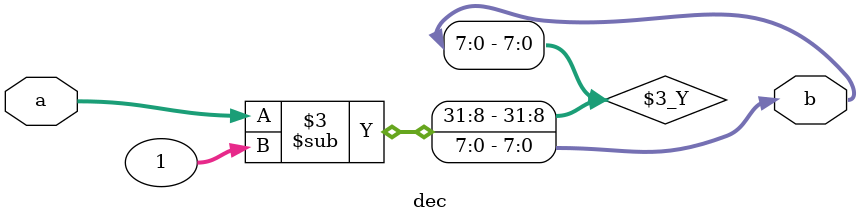
<source format=v>
`timescale 1ns / 1ps
module dec(a,b);
input [7:0] a;
output reg [7:0] b;

always@(a) begin
if(b == 8'b00000000) begin
b<=8'b11111111;
end
	b<=a-1;
end

initial begin
b<=8'b11111111;
end

endmodule

</source>
